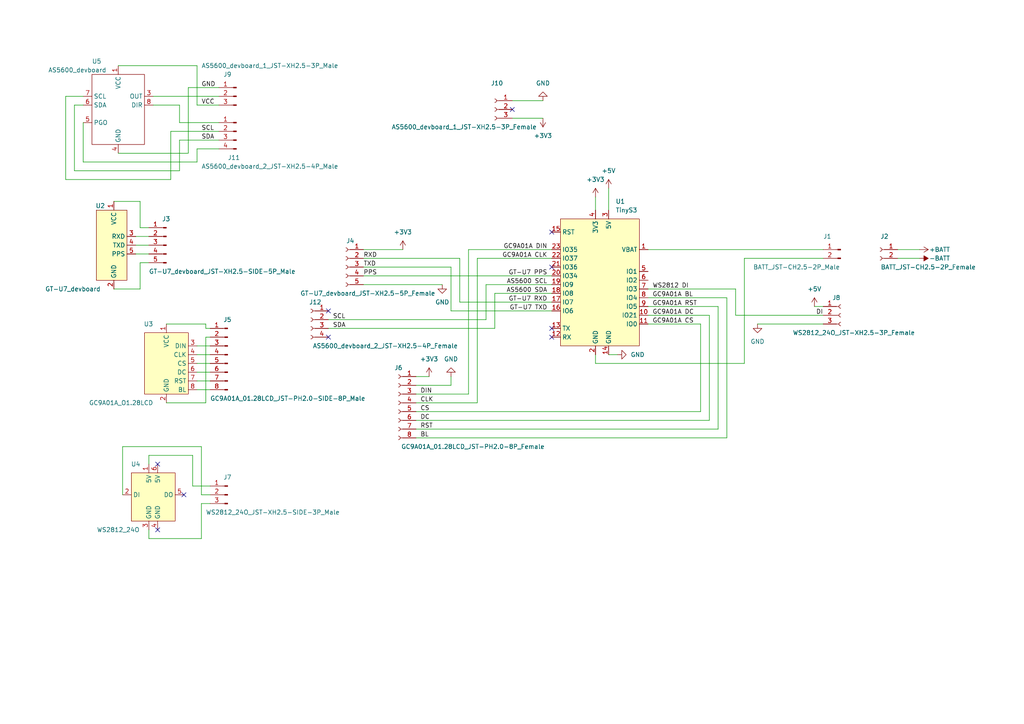
<source format=kicad_sch>
(kicad_sch (version 20211123) (generator eeschema)
  (paper "A4")
  (lib_symbols
    (symbol "AS5600:AS5600_devboard"
      (property "Reference" "U" (at -6.35 1.27 0))
      (property "Value" "AS5600_devboard" (at 10.16 -21.59 0))
      (symbol "AS5600_devboard_0_1"
        (rectangle (start -7.62 0) (end 7.62 -20.32))
      )
      (symbol "AS5600_devboard_1_1"
        (pin power_in line (at 0 2.54 270) (length 2.54) (name "VCC") (number "1"))
        (pin output line (at 10.16 -6.35 180) (length 2.54) (name "OUT") (number "3"))
        (pin output line (at 0 -22.86 90) (length 2.54) (name "GND") (number "4"))
        (pin input line (at -10.16 -13.97 0) (length 2.54) (name "PGO") (number "5"))
        (pin bidirectional line (at -10.16 -8.89 0) (length 2.54) (name "SDA") (number "6"))
        (pin input line (at -10.16 -6.35 0) (length 2.54) (name "SCL") (number "7"))
        (pin output line (at 10.16 -8.89 180) (length 2.54) (name "DIR") (number "8"))
      )
    )
    (symbol "Connector:Conn_01x02_Female" (pin_names (offset 1.016) hide)
      (property "Reference" "J" (at 0 2.54 0))
      (property "Value" "Conn_01x02_Female" (at 0 -5.08 0))
      (symbol "Conn_01x02_Female_1_1"
        (arc (start 0 -2.032) (mid -0.508 -2.54) (end 0 -3.048) (stroke (width 0.1524)))
        (polyline (pts (xy -1.27 -2.54) (xy -0.508 -2.54)) (stroke (width 0.1524)))
        (polyline (pts (xy -1.27 0) (xy -0.508 0)) (stroke (width 0.1524)))
        (arc (start 0 0.508) (mid -0.508 0) (end 0 -0.508) (stroke (width 0.1524)))
        (pin passive line (at -5.08 0 0) (length 3.81) (name "Pin_1") (number "1"))
        (pin passive line (at -5.08 -2.54 0) (length 3.81) (name "Pin_2") (number "2"))
      )
    )
    (symbol "Connector:Conn_01x02_Male" (pin_names (offset 1.016) hide)
      (property "Reference" "J" (at 0 2.54 0))
      (property "Value" "Conn_01x02_Male" (at 0 -5.08 0))
      (symbol "Conn_01x02_Male_1_1"
        (polyline (pts (xy 1.27 -2.54) (xy 0.8636 -2.54)) (stroke (width 0.1524)))
        (polyline (pts (xy 1.27 0) (xy 0.8636 0)) (stroke (width 0.1524)))
        (rectangle (start 0.8636 -2.413) (end 0 -2.667) (stroke (width 0.1524)) (fill (type outline)))
        (rectangle (start 0.8636 0.127) (end 0 -0.127) (stroke (width 0.1524)) (fill (type outline)))
        (pin passive line (at 5.08 0 180) (length 3.81) (name "Pin_1") (number "1"))
        (pin passive line (at 5.08 -2.54 180) (length 3.81) (name "Pin_2") (number "2"))
      )
    )
    (symbol "Connector:Conn_01x03_Female" (pin_names (offset 1.016) hide)
      (property "Reference" "J" (at 0 5.08 0))
      (property "Value" "Conn_01x03_Female" (at 0 -5.08 0))
      (symbol "Conn_01x03_Female_1_1"
        (arc (start 0 -2.032) (mid -0.508 -2.54) (end 0 -3.048) (stroke (width 0.1524)))
        (polyline (pts (xy -1.27 -2.54) (xy -0.508 -2.54)) (stroke (width 0.1524)))
        (polyline (pts (xy -1.27 0) (xy -0.508 0)) (stroke (width 0.1524)))
        (polyline (pts (xy -1.27 2.54) (xy -0.508 2.54)) (stroke (width 0.1524)))
        (arc (start 0 0.508) (mid -0.508 0) (end 0 -0.508) (stroke (width 0.1524)))
        (arc (start 0 3.048) (mid -0.508 2.54) (end 0 2.032) (stroke (width 0.1524)))
        (pin passive line (at -5.08 2.54 0) (length 3.81) (name "Pin_1") (number "1"))
        (pin passive line (at -5.08 0 0) (length 3.81) (name "Pin_2") (number "2"))
        (pin passive line (at -5.08 -2.54 0) (length 3.81) (name "Pin_3") (number "3"))
      )
    )
    (symbol "Connector:Conn_01x03_Male" (pin_names (offset 1.016) hide)
      (property "Reference" "J" (at 0 5.08 0))
      (property "Value" "Conn_01x03_Male" (at 0 -5.08 0))
      (symbol "Conn_01x03_Male_1_1"
        (polyline (pts (xy 1.27 -2.54) (xy 0.8636 -2.54)) (stroke (width 0.1524)))
        (polyline (pts (xy 1.27 0) (xy 0.8636 0)) (stroke (width 0.1524)))
        (polyline (pts (xy 1.27 2.54) (xy 0.8636 2.54)) (stroke (width 0.1524)))
        (rectangle (start 0.8636 -2.413) (end 0 -2.667) (stroke (width 0.1524)) (fill (type outline)))
        (rectangle (start 0.8636 0.127) (end 0 -0.127) (stroke (width 0.1524)) (fill (type outline)))
        (rectangle (start 0.8636 2.667) (end 0 2.413) (stroke (width 0.1524)) (fill (type outline)))
        (pin passive line (at 5.08 2.54 180) (length 3.81) (name "Pin_1") (number "1"))
        (pin passive line (at 5.08 0 180) (length 3.81) (name "Pin_2") (number "2"))
        (pin passive line (at 5.08 -2.54 180) (length 3.81) (name "Pin_3") (number "3"))
      )
    )
    (symbol "Connector:Conn_01x04_Female" (pin_names (offset 1.016) hide)
      (property "Reference" "J" (at 0 5.08 0))
      (property "Value" "Conn_01x04_Female" (at 0 -7.62 0))
      (symbol "Conn_01x04_Female_1_1"
        (arc (start 0 -4.572) (mid -0.508 -5.08) (end 0 -5.588) (stroke (width 0.1524)))
        (arc (start 0 -2.032) (mid -0.508 -2.54) (end 0 -3.048) (stroke (width 0.1524)))
        (polyline (pts (xy -1.27 -5.08) (xy -0.508 -5.08)) (stroke (width 0.1524)))
        (polyline (pts (xy -1.27 -2.54) (xy -0.508 -2.54)) (stroke (width 0.1524)))
        (polyline (pts (xy -1.27 0) (xy -0.508 0)) (stroke (width 0.1524)))
        (polyline (pts (xy -1.27 2.54) (xy -0.508 2.54)) (stroke (width 0.1524)))
        (arc (start 0 0.508) (mid -0.508 0) (end 0 -0.508) (stroke (width 0.1524)))
        (arc (start 0 3.048) (mid -0.508 2.54) (end 0 2.032) (stroke (width 0.1524)))
        (pin passive line (at -5.08 2.54 0) (length 3.81) (name "Pin_1") (number "1"))
        (pin passive line (at -5.08 0 0) (length 3.81) (name "Pin_2") (number "2"))
        (pin passive line (at -5.08 -2.54 0) (length 3.81) (name "Pin_3") (number "3"))
        (pin passive line (at -5.08 -5.08 0) (length 3.81) (name "Pin_4") (number "4"))
      )
    )
    (symbol "Connector:Conn_01x04_Male" (pin_names (offset 1.016) hide)
      (property "Reference" "J" (at 0 5.08 0))
      (property "Value" "Conn_01x04_Male" (at 0 -7.62 0))
      (symbol "Conn_01x04_Male_1_1"
        (polyline (pts (xy 1.27 -5.08) (xy 0.8636 -5.08)) (stroke (width 0.1524)))
        (polyline (pts (xy 1.27 -2.54) (xy 0.8636 -2.54)) (stroke (width 0.1524)))
        (polyline (pts (xy 1.27 0) (xy 0.8636 0)) (stroke (width 0.1524)))
        (polyline (pts (xy 1.27 2.54) (xy 0.8636 2.54)) (stroke (width 0.1524)))
        (rectangle (start 0.8636 -4.953) (end 0 -5.207) (stroke (width 0.1524)) (fill (type outline)))
        (rectangle (start 0.8636 -2.413) (end 0 -2.667) (stroke (width 0.1524)) (fill (type outline)))
        (rectangle (start 0.8636 0.127) (end 0 -0.127) (stroke (width 0.1524)) (fill (type outline)))
        (rectangle (start 0.8636 2.667) (end 0 2.413) (stroke (width 0.1524)) (fill (type outline)))
        (pin passive line (at 5.08 2.54 180) (length 3.81) (name "Pin_1") (number "1"))
        (pin passive line (at 5.08 0 180) (length 3.81) (name "Pin_2") (number "2"))
        (pin passive line (at 5.08 -2.54 180) (length 3.81) (name "Pin_3") (number "3"))
        (pin passive line (at 5.08 -5.08 180) (length 3.81) (name "Pin_4") (number "4"))
      )
    )
    (symbol "Connector:Conn_01x05_Female" (pin_names (offset 1.016) hide)
      (property "Reference" "J" (at 0 7.62 0))
      (property "Value" "Conn_01x05_Female" (at 0 -7.62 0))
      (symbol "Conn_01x05_Female_1_1"
        (arc (start 0 -4.572) (mid -0.508 -5.08) (end 0 -5.588) (stroke (width 0.1524)))
        (arc (start 0 -2.032) (mid -0.508 -2.54) (end 0 -3.048) (stroke (width 0.1524)))
        (polyline (pts (xy -1.27 -5.08) (xy -0.508 -5.08)) (stroke (width 0.1524)))
        (polyline (pts (xy -1.27 -2.54) (xy -0.508 -2.54)) (stroke (width 0.1524)))
        (polyline (pts (xy -1.27 0) (xy -0.508 0)) (stroke (width 0.1524)))
        (polyline (pts (xy -1.27 2.54) (xy -0.508 2.54)) (stroke (width 0.1524)))
        (polyline (pts (xy -1.27 5.08) (xy -0.508 5.08)) (stroke (width 0.1524)))
        (arc (start 0 0.508) (mid -0.508 0) (end 0 -0.508) (stroke (width 0.1524)))
        (arc (start 0 3.048) (mid -0.508 2.54) (end 0 2.032) (stroke (width 0.1524)))
        (arc (start 0 5.588) (mid -0.508 5.08) (end 0 4.572) (stroke (width 0.1524)))
        (pin passive line (at -5.08 5.08 0) (length 3.81) (name "Pin_1") (number "1"))
        (pin passive line (at -5.08 2.54 0) (length 3.81) (name "Pin_2") (number "2"))
        (pin passive line (at -5.08 0 0) (length 3.81) (name "Pin_3") (number "3"))
        (pin passive line (at -5.08 -2.54 0) (length 3.81) (name "Pin_4") (number "4"))
        (pin passive line (at -5.08 -5.08 0) (length 3.81) (name "Pin_5") (number "5"))
      )
    )
    (symbol "Connector:Conn_01x05_Male" (pin_names (offset 1.016) hide)
      (property "Reference" "J" (at 0 7.62 0))
      (property "Value" "Conn_01x05_Male" (at 0 -7.62 0))
      (symbol "Conn_01x05_Male_1_1"
        (polyline (pts (xy 1.27 -5.08) (xy 0.8636 -5.08)) (stroke (width 0.1524)))
        (polyline (pts (xy 1.27 -2.54) (xy 0.8636 -2.54)) (stroke (width 0.1524)))
        (polyline (pts (xy 1.27 0) (xy 0.8636 0)) (stroke (width 0.1524)))
        (polyline (pts (xy 1.27 2.54) (xy 0.8636 2.54)) (stroke (width 0.1524)))
        (polyline (pts (xy 1.27 5.08) (xy 0.8636 5.08)) (stroke (width 0.1524)))
        (rectangle (start 0.8636 -4.953) (end 0 -5.207) (stroke (width 0.1524)) (fill (type outline)))
        (rectangle (start 0.8636 -2.413) (end 0 -2.667) (stroke (width 0.1524)) (fill (type outline)))
        (rectangle (start 0.8636 0.127) (end 0 -0.127) (stroke (width 0.1524)) (fill (type outline)))
        (rectangle (start 0.8636 2.667) (end 0 2.413) (stroke (width 0.1524)) (fill (type outline)))
        (rectangle (start 0.8636 5.207) (end 0 4.953) (stroke (width 0.1524)) (fill (type outline)))
        (pin passive line (at 5.08 5.08 180) (length 3.81) (name "Pin_1") (number "1"))
        (pin passive line (at 5.08 2.54 180) (length 3.81) (name "Pin_2") (number "2"))
        (pin passive line (at 5.08 0 180) (length 3.81) (name "Pin_3") (number "3"))
        (pin passive line (at 5.08 -2.54 180) (length 3.81) (name "Pin_4") (number "4"))
        (pin passive line (at 5.08 -5.08 180) (length 3.81) (name "Pin_5") (number "5"))
      )
    )
    (symbol "Connector:Conn_01x08_Female" (pin_names (offset 1.016) hide)
      (property "Reference" "J" (at 0 10.16 0))
      (property "Value" "Conn_01x08_Female" (at 0 -12.7 0))
      (symbol "Conn_01x08_Female_1_1"
        (arc (start 0 -9.652) (mid -0.508 -10.16) (end 0 -10.668) (stroke (width 0.1524)))
        (arc (start 0 -7.112) (mid -0.508 -7.62) (end 0 -8.128) (stroke (width 0.1524)))
        (arc (start 0 -4.572) (mid -0.508 -5.08) (end 0 -5.588) (stroke (width 0.1524)))
        (arc (start 0 -2.032) (mid -0.508 -2.54) (end 0 -3.048) (stroke (width 0.1524)))
        (polyline (pts (xy -1.27 -10.16) (xy -0.508 -10.16)) (stroke (width 0.1524)))
        (polyline (pts (xy -1.27 -7.62) (xy -0.508 -7.62)) (stroke (width 0.1524)))
        (polyline (pts (xy -1.27 -5.08) (xy -0.508 -5.08)) (stroke (width 0.1524)))
        (polyline (pts (xy -1.27 -2.54) (xy -0.508 -2.54)) (stroke (width 0.1524)))
        (polyline (pts (xy -1.27 0) (xy -0.508 0)) (stroke (width 0.1524)))
        (polyline (pts (xy -1.27 2.54) (xy -0.508 2.54)) (stroke (width 0.1524)))
        (polyline (pts (xy -1.27 5.08) (xy -0.508 5.08)) (stroke (width 0.1524)))
        (polyline (pts (xy -1.27 7.62) (xy -0.508 7.62)) (stroke (width 0.1524)))
        (arc (start 0 0.508) (mid -0.508 0) (end 0 -0.508) (stroke (width 0.1524)))
        (arc (start 0 3.048) (mid -0.508 2.54) (end 0 2.032) (stroke (width 0.1524)))
        (arc (start 0 5.588) (mid -0.508 5.08) (end 0 4.572) (stroke (width 0.1524)))
        (arc (start 0 8.128) (mid -0.508 7.62) (end 0 7.112) (stroke (width 0.1524)))
        (pin passive line (at -5.08 7.62 0) (length 3.81) (name "Pin_1") (number "1"))
        (pin passive line (at -5.08 5.08 0) (length 3.81) (name "Pin_2") (number "2"))
        (pin passive line (at -5.08 2.54 0) (length 3.81) (name "Pin_3") (number "3"))
        (pin passive line (at -5.08 0 0) (length 3.81) (name "Pin_4") (number "4"))
        (pin passive line (at -5.08 -2.54 0) (length 3.81) (name "Pin_5") (number "5"))
        (pin passive line (at -5.08 -5.08 0) (length 3.81) (name "Pin_6") (number "6"))
        (pin passive line (at -5.08 -7.62 0) (length 3.81) (name "Pin_7") (number "7"))
        (pin passive line (at -5.08 -10.16 0) (length 3.81) (name "Pin_8") (number "8"))
      )
    )
    (symbol "Connector:Conn_01x08_Male" (pin_names (offset 1.016) hide)
      (property "Reference" "J" (at 0 10.16 0))
      (property "Value" "Conn_01x08_Male" (at 0 -12.7 0))
      (symbol "Conn_01x08_Male_1_1"
        (polyline (pts (xy 1.27 -10.16) (xy 0.8636 -10.16)) (stroke (width 0.1524)))
        (polyline (pts (xy 1.27 -7.62) (xy 0.8636 -7.62)) (stroke (width 0.1524)))
        (polyline (pts (xy 1.27 -5.08) (xy 0.8636 -5.08)) (stroke (width 0.1524)))
        (polyline (pts (xy 1.27 -2.54) (xy 0.8636 -2.54)) (stroke (width 0.1524)))
        (polyline (pts (xy 1.27 0) (xy 0.8636 0)) (stroke (width 0.1524)))
        (polyline (pts (xy 1.27 2.54) (xy 0.8636 2.54)) (stroke (width 0.1524)))
        (polyline (pts (xy 1.27 5.08) (xy 0.8636 5.08)) (stroke (width 0.1524)))
        (polyline (pts (xy 1.27 7.62) (xy 0.8636 7.62)) (stroke (width 0.1524)))
        (rectangle (start 0.8636 -10.033) (end 0 -10.287) (stroke (width 0.1524)) (fill (type outline)))
        (rectangle (start 0.8636 -7.493) (end 0 -7.747) (stroke (width 0.1524)) (fill (type outline)))
        (rectangle (start 0.8636 -4.953) (end 0 -5.207) (stroke (width 0.1524)) (fill (type outline)))
        (rectangle (start 0.8636 -2.413) (end 0 -2.667) (stroke (width 0.1524)) (fill (type outline)))
        (rectangle (start 0.8636 0.127) (end 0 -0.127) (stroke (width 0.1524)) (fill (type outline)))
        (rectangle (start 0.8636 2.667) (end 0 2.413) (stroke (width 0.1524)) (fill (type outline)))
        (rectangle (start 0.8636 5.207) (end 0 4.953) (stroke (width 0.1524)) (fill (type outline)))
        (rectangle (start 0.8636 7.747) (end 0 7.493) (stroke (width 0.1524)) (fill (type outline)))
        (pin passive line (at 5.08 7.62 180) (length 3.81) (name "Pin_1") (number "1"))
        (pin passive line (at 5.08 5.08 180) (length 3.81) (name "Pin_2") (number "2"))
        (pin passive line (at 5.08 2.54 180) (length 3.81) (name "Pin_3") (number "3"))
        (pin passive line (at 5.08 0 180) (length 3.81) (name "Pin_4") (number "4"))
        (pin passive line (at 5.08 -2.54 180) (length 3.81) (name "Pin_5") (number "5"))
        (pin passive line (at 5.08 -5.08 180) (length 3.81) (name "Pin_6") (number "6"))
        (pin passive line (at 5.08 -7.62 180) (length 3.81) (name "Pin_7") (number "7"))
        (pin passive line (at 5.08 -10.16 180) (length 3.81) (name "Pin_8") (number "8"))
      )
    )
    (symbol "GC9A01A:GC9A01A_O1.28LCD"
      (property "Reference" "U" (at -5.08 10.16 0))
      (property "Value" "GC9A01A_O1.28LCD" (at 10.16 -10.16 0))
      (symbol "GC9A01A_O1.28LCD_0_1"
        (rectangle (start 6.35 8.89) (end -6.35 -8.89) (fill (type background)))
      )
      (symbol "GC9A01A_O1.28LCD_1_1"
        (pin power_in line (at 0 11.43 270) (length 2.54) (name "VCC") (number "1"))
        (pin power_in line (at 0 -11.43 90) (length 2.54) (name "GND") (number "2"))
        (pin input line (at 8.89 5.08 180) (length 2.54) (name "DIN") (number "3"))
        (pin input line (at 8.89 2.54 180) (length 2.54) (name "CLK") (number "4"))
        (pin input line (at 8.89 0 180) (length 2.54) (name "CS") (number "5"))
        (pin input line (at 8.89 -2.54 180) (length 2.54) (name "DC") (number "6"))
        (pin input line (at 8.89 -5.08 180) (length 2.54) (name "RST") (number "7"))
        (pin input line (at 8.89 -7.62 180) (length 2.54) (name "BL") (number "8"))
      )
    )
    (symbol "GT-U7_devboard:GT-U7_devboard"
      (property "Reference" "U" (at -16.51 2.54 0))
      (property "Value" "GT-U7_devboard" (at -3.81 -20.32 0))
      (symbol "GT-U7_devboard_0_1"
        (rectangle (start -17.78 1.27) (end -8.89 -19.05) (fill (type background)))
      )
      (symbol "GT-U7_devboard_1_1"
        (pin power_in line (at -12.7 3.81 270) (length 2.54) (name "VCC") (number "1"))
        (pin power_in line (at -12.7 -21.59 90) (length 2.54) (name "GND") (number "2"))
        (pin input line (at -6.35 -6.35 180) (length 2.54) (name "RXD") (number "3"))
        (pin output line (at -6.35 -8.89 180) (length 2.54) (name "TXD") (number "4"))
        (pin output line (at -6.35 -11.43 180) (length 2.54) (name "PPS") (number "5"))
      )
    )
    (symbol "TinyS3:TinyS3_Symbol"
      (property "Reference" "U" (at -12.7 24.13 0))
      (property "Value" "TinyS3_Symbol" (at 8.89 -15.24 0))
      (symbol "TinyS3_Symbol_0_1"
        (rectangle (start -13.97 22.86) (end 8.89 -13.97) (stroke (width 0.1524)) (fill (type background)))
      )
      (symbol "TinyS3_Symbol_1_1"
        (pin power_in line (at 11.43 13.97 180) (length 2.54) (name "VBAT") (number "1"))
        (pin bidirectional line (at 11.43 -5.08 180) (length 2.54) (name "IO21") (number "10"))
        (pin bidirectional line (at 11.43 -7.62 180) (length 2.54) (name "IO0") (number "11"))
        (pin bidirectional line (at -16.51 -11.43 0) (length 2.54) (name "RX") (number "12"))
        (pin bidirectional line (at -16.51 -8.89 0) (length 2.54) (name "TX") (number "13"))
        (pin power_in line (at 0 -16.51 90) (length 2.54) (name "GND") (number "14"))
        (pin input line (at -16.51 19.05 0) (length 2.54) (name "RST") (number "15"))
        (pin bidirectional line (at -16.51 -3.81 0) (length 2.54) (name "IO6") (number "16"))
        (pin bidirectional line (at -16.51 -1.27 0) (length 2.54) (name "IO7") (number "17"))
        (pin bidirectional line (at -16.51 1.27 0) (length 2.54) (name "IO8") (number "18"))
        (pin bidirectional line (at -16.51 3.81 0) (length 2.54) (name "IO9") (number "19"))
        (pin power_in line (at -3.81 -16.51 90) (length 2.54) (name "GND") (number "2"))
        (pin bidirectional line (at -16.51 6.35 0) (length 2.54) (name "IO34") (number "20"))
        (pin bidirectional line (at -16.51 8.89 0) (length 2.54) (name "IO36") (number "21"))
        (pin bidirectional line (at -16.51 11.43 0) (length 2.54) (name "IO37") (number "22"))
        (pin bidirectional line (at -16.51 13.97 0) (length 2.54) (name "IO35") (number "23"))
        (pin power_in line (at 0 25.4 270) (length 2.54) (name "5V") (number "3"))
        (pin power_in line (at -3.81 25.4 270) (length 2.54) (name "3V3") (number "4"))
        (pin bidirectional line (at 11.43 7.62 180) (length 2.54) (name "IO1") (number "5"))
        (pin bidirectional line (at 11.43 5.08 180) (length 2.54) (name "IO2") (number "6"))
        (pin bidirectional line (at 11.43 2.54 180) (length 2.54) (name "IO3") (number "7"))
        (pin bidirectional line (at 11.43 0 180) (length 2.54) (name "IO4") (number "8"))
        (pin bidirectional line (at 11.43 -2.54 180) (length 2.54) (name "IO5") (number "9"))
      )
    )
    (symbol "WS2812:WS2812_24O"
      (property "Reference" "U" (at -5.08 7.62 0))
      (property "Value" "WS2812_24O" (at 10.16 -8.89 0))
      (symbol "WS2812_24O_0_1"
        (rectangle (start -5.08 6.35) (end 7.62 -7.62) (fill (type background)))
      )
      (symbol "WS2812_24O_1_1"
        (pin power_in line (at 0 8.89 270) (length 2.54) (name "5V") (number "1"))
        (pin input line (at -7.62 0 0) (length 2.54) (name "DI") (number "2"))
        (pin power_in line (at 0 -10.16 90) (length 2.54) (name "GND") (number "3"))
        (pin power_in line (at 2.54 -10.16 90) (length 2.54) (name "GND") (number "4"))
        (pin output line (at 10.16 0 180) (length 2.54) (name "DO") (number "5"))
        (pin power_in line (at 2.54 8.89 270) (length 2.54) (name "5V") (number "6"))
      )
    )
    (symbol "power:+3V3" (power) (pin_names (offset 0))
      (property "Value" "+3V3" (at 0 3.556 0))
      (symbol "+3V3_0_1"
        (polyline (pts (xy -0.762 1.27) (xy 0 2.54)))
        (polyline (pts (xy 0 0) (xy 0 2.54)))
        (polyline (pts (xy 0 2.54) (xy 0.762 1.27)))
      )
      (symbol "+3V3_1_1"
        (pin power_in line (at 0 0 90) (length 0) hide (name "+3V3") (number "1"))
      )
    )
    (symbol "power:+5V" (power) (pin_names (offset 0))
      (property "Value" "+5V" (at 0 3.556 0))
      (symbol "+5V_0_1"
        (polyline (pts (xy -0.762 1.27) (xy 0 2.54)))
        (polyline (pts (xy 0 0) (xy 0 2.54)))
        (polyline (pts (xy 0 2.54) (xy 0.762 1.27)))
      )
      (symbol "+5V_1_1"
        (pin power_in line (at 0 0 90) (length 0) hide (name "+5V") (number "1"))
      )
    )
    (symbol "power:+BATT" (power) (pin_names (offset 0))
      (property "Value" "+BATT" (at 0 3.556 0))
      (symbol "+BATT_0_1"
        (polyline (pts (xy -0.762 1.27) (xy 0 2.54)))
        (polyline (pts (xy 0 0) (xy 0 2.54)))
        (polyline (pts (xy 0 2.54) (xy 0.762 1.27)))
      )
      (symbol "+BATT_1_1"
        (pin power_in line (at 0 0 90) (length 0) hide (name "+BATT") (number "1"))
      )
    )
    (symbol "power:-BATT" (power) (pin_names (offset 0))
      (property "Value" "-BATT" (at 0 3.556 0))
      (symbol "-BATT_0_1"
        (polyline (pts (xy 0 0) (xy 0 2.54)))
        (polyline (pts (xy 0.762 1.27) (xy -0.762 1.27) (xy 0 2.54) (xy 0.762 1.27)) (fill (type outline)))
      )
      (symbol "-BATT_1_1"
        (pin power_in line (at 0 0 90) (length 0) hide (name "-BATT") (number "1"))
      )
    )
    (symbol "power:GND" (power) (pin_names (offset 0))
      (property "Value" "GND" (at 0 -3.81 0))
      (symbol "GND_0_1"
        (polyline (pts (xy 0 0) (xy 0 -1.27) (xy 1.27 -1.27) (xy 0 -2.54) (xy -1.27 -1.27) (xy 0 -1.27)))
      )
      (symbol "GND_1_1"
        (pin power_in line (at 0 0 270) (length 0) hide (name "GND") (number "1"))
      )
    )
  )
  (no_connect (at 160.02 95.25))
  (no_connect (at 95.25 97.79))
  (no_connect (at 148.59 31.75))
  (no_connect (at 160.02 97.79))
  (no_connect (at 160.02 67.31))
  (no_connect (at 160.02 77.47))
  (no_connect (at 95.25 90.17))
  (no_connect (at 53.34 143.51))
  (no_connect (at 45.72 134.62))
  (no_connect (at 45.72 153.67))
  (wire (pts (xy 57.15 19.05) (xy 57.15 30.48)))
  (wire (pts (xy 57.15 46.99) (xy 57.15 43.18)))
  (wire (pts (xy 44.45 30.48) (xy 52.07 30.48)))
  (wire (pts (xy 133.35 87.63) (xy 160.02 87.63)))
  (wire (pts (xy 208.28 124.46) (xy 120.65 124.46)))
  (wire (pts (xy 130.81 109.22) (xy 130.81 111.76)))
  (wire (pts (xy 19.05 52.07) (xy 49.53 52.07)))
  (wire (pts (xy 203.2 93.98) (xy 203.2 119.38)))
  (wire (pts (xy 148.59 34.29) (xy 157.48 34.29)))
  (wire (pts (xy 105.41 80.01) (xy 160.02 80.01)))
  (wire (pts (xy 130.81 77.47) (xy 130.81 90.17)))
  (wire (pts (xy 160.02 85.09) (xy 143.51 85.09)))
  (wire (pts (xy 105.41 72.39) (xy 116.84 72.39)))
  (wire (pts (xy 57.15 113.03) (xy 60.96 113.03)))
  (wire (pts (xy 52.07 30.48) (xy 52.07 35.56)))
  (wire (pts (xy 187.96 83.82) (xy 213.36 83.82)))
  (wire (pts (xy 172.72 105.41) (xy 215.9 105.41)))
  (wire (pts (xy 260.35 72.39) (xy 266.7 72.39)))
  (wire (pts (xy 160.02 74.93) (xy 138.43 74.93)))
  (wire (pts (xy 205.74 91.44) (xy 205.74 121.92)))
  (wire (pts (xy 21.59 49.53) (xy 52.07 49.53)))
  (wire (pts (xy 55.88 132.08) (xy 55.88 140.97)))
  (wire (pts (xy 238.76 93.98) (xy 219.71 93.98)))
  (wire (pts (xy 52.07 49.53) (xy 52.07 40.64)))
  (wire (pts (xy 210.82 86.36) (xy 210.82 127)))
  (wire (pts (xy 187.96 93.98) (xy 203.2 93.98)))
  (wire (pts (xy 120.65 109.22) (xy 124.46 109.22)))
  (wire (pts (xy 187.96 91.44) (xy 205.74 91.44)))
  (wire (pts (xy 54.61 44.45) (xy 54.61 25.4)))
  (wire (pts (xy 39.37 73.66) (xy 43.18 73.66)))
  (wire (pts (xy 130.81 90.17) (xy 160.02 90.17)))
  (wire (pts (xy 58.42 146.05) (xy 58.42 156.21)))
  (wire (pts (xy 238.76 88.9) (xy 236.22 88.9)))
  (wire (pts (xy 57.15 102.87) (xy 60.96 102.87)))
  (wire (pts (xy 57.15 110.49) (xy 60.96 110.49)))
  (wire (pts (xy 58.42 146.05) (xy 60.96 146.05)))
  (wire (pts (xy 138.43 74.93) (xy 138.43 116.84)))
  (wire (pts (xy 133.35 87.63) (xy 133.35 74.93)))
  (wire (pts (xy 52.07 35.56) (xy 63.5 35.56)))
  (wire (pts (xy 140.97 82.55) (xy 160.02 82.55)))
  (wire (pts (xy 35.56 143.51) (xy 35.56 129.54)))
  (wire (pts (xy 43.18 156.21) (xy 58.42 156.21)))
  (wire (pts (xy 60.96 97.79) (xy 59.69 97.79)))
  (wire (pts (xy 40.64 83.82) (xy 40.64 76.2)))
  (wire (pts (xy 59.69 95.25) (xy 60.96 95.25)))
  (wire (pts (xy 95.25 92.71) (xy 140.97 92.71)))
  (wire (pts (xy 39.37 71.12) (xy 43.18 71.12)))
  (wire (pts (xy 35.56 129.54) (xy 58.42 129.54)))
  (wire (pts (xy 176.53 102.87) (xy 179.07 102.87)))
  (wire (pts (xy 210.82 127) (xy 120.65 127)))
  (wire (pts (xy 138.43 116.84) (xy 120.65 116.84)))
  (wire (pts (xy 58.42 143.51) (xy 60.96 143.51)))
  (wire (pts (xy 40.64 58.42) (xy 40.64 66.04)))
  (wire (pts (xy 120.65 111.76) (xy 130.81 111.76)))
  (wire (pts (xy 148.59 29.21) (xy 157.48 29.21)))
  (wire (pts (xy 34.29 44.45) (xy 54.61 44.45)))
  (wire (pts (xy 176.53 54.61) (xy 176.53 60.96)))
  (wire (pts (xy 52.07 40.64) (xy 63.5 40.64)))
  (wire (pts (xy 172.72 102.87) (xy 172.72 105.41)))
  (wire (pts (xy 24.13 35.56) (xy 24.13 46.99)))
  (wire (pts (xy 21.59 30.48) (xy 21.59 49.53)))
  (wire (pts (xy 43.18 132.08) (xy 55.88 132.08)))
  (wire (pts (xy 24.13 27.94) (xy 19.05 27.94)))
  (wire (pts (xy 59.69 93.98) (xy 59.69 95.25)))
  (wire (pts (xy 135.89 72.39) (xy 135.89 114.3)))
  (wire (pts (xy 24.13 46.99) (xy 57.15 46.99)))
  (wire (pts (xy 143.51 85.09) (xy 143.51 95.25)))
  (wire (pts (xy 54.61 25.4) (xy 63.5 25.4)))
  (wire (pts (xy 105.41 82.55) (xy 128.27 82.55)))
  (wire (pts (xy 58.42 129.54) (xy 58.42 143.51)))
  (wire (pts (xy 203.2 119.38) (xy 120.65 119.38)))
  (wire (pts (xy 260.35 74.93) (xy 266.7 74.93)))
  (wire (pts (xy 140.97 82.55) (xy 140.97 92.71)))
  (wire (pts (xy 105.41 77.47) (xy 130.81 77.47)))
  (wire (pts (xy 40.64 66.04) (xy 43.18 66.04)))
  (wire (pts (xy 48.26 93.98) (xy 59.69 93.98)))
  (wire (pts (xy 95.25 95.25) (xy 143.51 95.25)))
  (wire (pts (xy 57.15 43.18) (xy 63.5 43.18)))
  (wire (pts (xy 39.37 68.58) (xy 43.18 68.58)))
  (wire (pts (xy 172.72 57.15) (xy 172.72 60.96)))
  (wire (pts (xy 24.13 30.48) (xy 21.59 30.48)))
  (wire (pts (xy 57.15 100.33) (xy 60.96 100.33)))
  (wire (pts (xy 59.69 97.79) (xy 59.69 116.84)))
  (wire (pts (xy 187.96 88.9) (xy 208.28 88.9)))
  (wire (pts (xy 34.29 19.05) (xy 57.15 19.05)))
  (wire (pts (xy 105.41 74.93) (xy 133.35 74.93)))
  (wire (pts (xy 208.28 88.9) (xy 208.28 124.46)))
  (wire (pts (xy 238.76 91.44) (xy 213.36 91.44)))
  (wire (pts (xy 19.05 27.94) (xy 19.05 52.07)))
  (wire (pts (xy 44.45 27.94) (xy 63.5 27.94)))
  (wire (pts (xy 187.96 72.39) (xy 238.76 72.39)))
  (wire (pts (xy 215.9 105.41) (xy 215.9 74.93)))
  (wire (pts (xy 43.18 134.62) (xy 43.18 132.08)))
  (wire (pts (xy 33.02 83.82) (xy 40.64 83.82)))
  (wire (pts (xy 213.36 83.82) (xy 213.36 91.44)))
  (wire (pts (xy 57.15 30.48) (xy 63.5 30.48)))
  (wire (pts (xy 55.88 140.97) (xy 60.96 140.97)))
  (wire (pts (xy 49.53 38.1) (xy 63.5 38.1)))
  (wire (pts (xy 59.69 116.84) (xy 48.26 116.84)))
  (wire (pts (xy 49.53 52.07) (xy 49.53 38.1)))
  (wire (pts (xy 205.74 121.92) (xy 120.65 121.92)))
  (wire (pts (xy 43.18 153.67) (xy 43.18 156.21)))
  (wire (pts (xy 160.02 72.39) (xy 135.89 72.39)))
  (wire (pts (xy 57.15 105.41) (xy 60.96 105.41)))
  (wire (pts (xy 33.02 58.42) (xy 40.64 58.42)))
  (wire (pts (xy 40.64 76.2) (xy 43.18 76.2)))
  (wire (pts (xy 57.15 107.95) (xy 60.96 107.95)))
  (wire (pts (xy 135.89 114.3) (xy 120.65 114.3)))
  (wire (pts (xy 187.96 86.36) (xy 210.82 86.36)))
  (wire (pts (xy 215.9 74.93) (xy 238.76 74.93)))
  (label "AS5600 SDA" (at 158.75 85.09 180))
  (label "RXD" (at 105.41 74.93 0))
  (label "RST" (at 121.92 124.46 0))
  (label "GND" (at 58.42 25.4 0))
  (label "DI" (at 238.76 91.44 180))
  (label "BL" (at 121.92 127 0))
  (label "VCC" (at 58.42 30.48 0))
  (label "TXD" (at 105.41 77.47 0))
  (label "DC" (at 121.92 121.92 0))
  (label "SCL" (at 58.42 38.1 0))
  (label "GT-U7 RXD" (at 158.75 87.63 180))
  (label "DIN" (at 121.92 114.3 0))
  (label "GC9A01A BL" (at 189.23 86.36 0))
  (label "SCL" (at 96.52 92.71 0))
  (label "GC9A01A CS" (at 189.23 93.98 0))
  (label "GC9A01A RST" (at 189.23 88.9 0))
  (label "CLK" (at 121.92 116.84 0))
  (label "GC9A01A DC" (at 189.23 91.44 0))
  (label "SDA" (at 58.42 40.64 0))
  (label "GC9A01A CLK" (at 158.75 74.93 180))
  (label "GC9A01A DIN" (at 158.75 72.39 180))
  (label "CS" (at 121.92 119.38 0))
  (label "SDA" (at 96.52 95.25 0))
  (label "AS5600 SCL" (at 158.75 82.55 180))
  (label "WS2812 DI" (at 189.23 83.82 0))
  (label "GT-U7 PPS" (at 158.75 80.01 180))
  (label "PPS" (at 105.41 80.01 0))
  (label "GT-U7 TXD" (at 158.75 90.17 180))
  (symbol (lib_id "Connector:Conn_01x02_Male") (at 243.84 72.39 0) (mirror y) (unit 1)
    (property "Reference" "J1" (at 238.76 68.58 0) (effects (justify right)))
    (property "Value" "BATT_JST-CH2.5-2P_Male" (at 218.44 77.47 0) (effects (justify right)))
  )
  (symbol (lib_id "WS2812:WS2812_24O") (at 43.18 143.51 0) (unit 1)
    (property "Reference" "U4" (at 39.37 134.62 0))
    (property "Value" "WS2812_24O" (at 34.29 153.67 0))
  )
  (symbol (lib_id "Connector:Conn_01x05_Female") (at 100.33 77.47 0) (mirror y) (unit 1)
    (property "Reference" "J4" (at 101.6 69.85 0))
    (property "Value" "GT-U7_devboard_JST-XH2.5-5P_Female" (at 106.68 85.09 0))
  )
  (symbol (lib_id "Connector:Conn_01x04_Female") (at 90.17 92.71 0) (mirror y) (unit 1)
    (property "Reference" "J12" (at 91.44 87.63 0))
    (property "Value" "AS5600_devboard_2_JST-XH2.5-4P_Female" (at 111.76 100.33 0))
  )
  (symbol (lib_id "GT-U7_devboard:GT-U7_devboard") (at 45.72 62.23 0) (unit 1)
    (property "Reference" "U2" (at 30.48 59.69 0) (effects (justify right)))
    (property "Value" "GT-U7_devboard" (at 29.21 83.82 0) (effects (justify right)))
  )
  (symbol (lib_id "power:GND") (at 179.07 102.87 90) (unit 1)
    (property "Reference" "#PWR?" (effects hide))
    (property "Value" "GND" (at 182.88 102.8699 90) (effects (justify right)))
  )
  (symbol (lib_id "power:GND") (at 219.71 93.98 0) (mirror y) (unit 1)
    (property "Reference" "#PWR?" (effects hide))
    (property "Value" "GND" (at 219.71 99.06 0))
  )
  (symbol (lib_id "power:-BATT") (at 266.7 74.93 270) (unit 1)
    (property "Reference" "#PWR?" (effects hide))
    (property "Value" "-BATT" (at 275.59 74.93 90) (effects (justify right)))
  )
  (symbol (lib_id "TinyS3:TinyS3_Symbol") (at 176.53 86.36 0) (unit 1)
    (property "Reference" "U1" (at 178.5494 58.42 0) (effects (justify left)))
    (property "Value" "TinyS3" (at 178.5494 60.96 0) (effects (justify left)))
  )
  (symbol (lib_id "power:+BATT") (at 266.7 72.39 270) (unit 1)
    (property "Reference" "#PWR?" (effects hide))
    (property "Value" "+BATT" (at 275.59 72.39 90) (effects (justify right)))
  )
  (symbol (lib_id "power:GND") (at 130.81 109.22 180) (unit 1)
    (property "Reference" "#PWR?" (effects hide))
    (property "Value" "GND" (at 130.81 104.14 0))
  )
  (symbol (lib_id "AS5600:AS5600_devboard") (at 34.29 21.59 0) (unit 1)
    (property "Reference" "U5" (at 26.67 17.78 0) (effects (justify left)))
    (property "Value" "AS5600_devboard" (at 13.97 20.32 0) (effects (justify left)))
  )
  (symbol (lib_id "Connector:Conn_01x08_Female") (at 115.57 116.84 0) (mirror y) (unit 1)
    (property "Reference" "J6" (at 115.57 106.68 0))
    (property "Value" "GC9A01A_01.28LCD_JST-PH2.0-8P_Female" (at 137.16 129.54 0))
  )
  (symbol (lib_id "power:GND") (at 157.48 29.21 180) (unit 1)
    (property "Reference" "#PWR?" (effects hide))
    (property "Value" "GND" (at 157.48 24.13 0))
  )
  (symbol (lib_id "Connector:Conn_01x04_Male") (at 68.58 38.1 0) (mirror y) (unit 1)
    (property "Reference" "J11" (at 66.04 45.72 0) (effects (justify right)))
    (property "Value" "AS5600_devboard_2_JST-XH2.5-4P_Male" (at 58.42 48.26 0) (effects (justify right)))
  )
  (symbol (lib_id "power:+5V") (at 176.53 54.61 0) (unit 1)
    (property "Reference" "#PWR?" (effects hide))
    (property "Value" "+5V" (at 176.53 49.53 0))
  )
  (symbol (lib_id "Connector:Conn_01x03_Male") (at 68.58 27.94 0) (mirror y) (unit 1)
    (property "Reference" "J9" (at 64.77 21.59 0) (effects (justify right)))
    (property "Value" "AS5600_devboard_1_JST-XH2.5-3P_Male" (at 58.42 19.05 0) (effects (justify right)))
  )
  (symbol (lib_id "power:+3V3") (at 116.84 72.39 0) (unit 1)
    (property "Reference" "#PWR?" (effects hide))
    (property "Value" "+3V3" (at 116.84 67.31 0))
  )
  (symbol (lib_id "Connector:Conn_01x02_Female") (at 255.27 72.39 0) (mirror y) (unit 1)
    (property "Reference" "J2" (at 256.54 68.58 0))
    (property "Value" "BATT_JST-CH2.5-2P_Female" (at 269.24 77.47 0))
  )
  (symbol (lib_id "power:+3V3") (at 172.72 57.15 0) (unit 1)
    (property "Reference" "#PWR?" (effects hide))
    (property "Value" "+3V3" (at 172.72 52.07 0))
  )
  (symbol (lib_id "power:+3V3") (at 157.48 34.29 180) (unit 1)
    (property "Reference" "#PWR?" (effects hide))
    (property "Value" "+3V3" (at 157.48 39.37 0))
  )
  (symbol (lib_id "power:+5V") (at 236.22 88.9 0) (mirror y) (unit 1)
    (property "Reference" "#PWR?" (effects hide))
    (property "Value" "+5V" (at 236.22 83.82 0))
  )
  (symbol (lib_id "GC9A01A:GC9A01A_O1.28LCD") (at 48.26 105.41 0) (unit 1)
    (property "Reference" "U3" (at 44.45 93.98 0) (effects (justify right)))
    (property "Value" "GC9A01A_O1.28LCD" (at 44.45 116.84 0) (effects (justify right)))
  )
  (symbol (lib_id "Connector:Conn_01x08_Male") (at 66.04 102.87 0) (mirror y) (unit 1)
    (property "Reference" "J5" (at 64.77 92.71 0) (effects (justify right)))
    (property "Value" "GC9A01A_01.28LCD_JST-PH2.0-SIDE-8P_Male" (at 60.96 115.57 0) (effects (justify right)))
  )
  (symbol (lib_id "Connector:Conn_01x05_Male") (at 48.26 71.12 0) (mirror y) (unit 1)
    (property "Reference" "J3" (at 46.99 63.5 0) (effects (justify right)))
    (property "Value" "GT-U7_devboard_JST-XH2.5-SIDE-5P_Male" (at 43.18 78.74 0) (effects (justify right)))
  )
  (symbol (lib_id "power:GND") (at 128.27 82.55 0) (unit 1)
    (property "Reference" "#PWR?" (effects hide))
    (property "Value" "GND" (at 128.27 87.63 0))
  )
  (symbol (lib_id "power:+3V3") (at 124.46 109.22 0) (unit 1)
    (property "Reference" "#PWR?" (effects hide))
    (property "Value" "+3V3" (at 124.46 104.14 0))
  )
  (symbol (lib_id "Connector:Conn_01x03_Female") (at 143.51 31.75 0) (mirror y) (unit 1)
    (property "Reference" "J10" (at 144.145 24.13 0))
    (property "Value" "AS5600_devboard_1_JST-XH2.5-3P_Female" (at 134.62 36.83 0))
  )
  (symbol (lib_id "Connector:Conn_01x03_Female") (at 243.84 91.44 0) (unit 1)
    (property "Reference" "J8" (at 242.57 86.36 0))
    (property "Value" "WS2812_24O_JST-XH2.5-3P_Female" (at 247.65 96.52 0))
  )
  (symbol (lib_id "Connector:Conn_01x03_Male") (at 66.04 143.51 0) (mirror y) (unit 1)
    (property "Reference" "J7" (at 64.77 138.43 0) (effects (justify right)))
    (property "Value" "WS2812_24O_JST-XH2.5-SIDE-3P_Male" (at 59.69 148.59 0) (effects (justify right)))
  )
)
</source>
